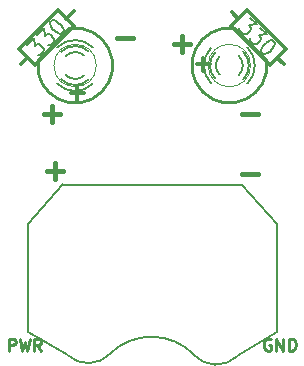
<source format=gto>
G04 #@! TF.FileFunction,Legend,Top*
%FSLAX46Y46*%
G04 Gerber Fmt 4.6, Leading zero omitted, Abs format (unit mm)*
G04 Created by KiCad (PCBNEW (2015-08-15 BZR 6092)-product) date 3/22/2016 8:17:34 PM*
%MOMM*%
G01*
G04 APERTURE LIST*
%ADD10C,0.150000*%
%ADD11C,0.444500*%
%ADD12C,0.300000*%
%ADD13C,0.304800*%
%ADD14C,0.203200*%
%ADD15C,0.076200*%
%ADD16C,0.254000*%
%ADD17C,0.152400*%
G04 APERTURE END LIST*
D10*
D11*
X149817667Y-123317000D02*
X151172334Y-123317000D01*
X133307667Y-123063000D02*
X134662334Y-123063000D01*
X133985001Y-122385667D02*
X133985001Y-123740333D01*
D12*
X145986572Y-114026143D02*
X147129429Y-114026143D01*
X146558000Y-114597571D02*
X146558000Y-113454714D01*
X135318572Y-116439143D02*
X136461429Y-116439143D01*
X135890000Y-117010571D02*
X135890000Y-115867714D01*
D11*
X133053667Y-118237000D02*
X134408334Y-118237000D01*
X133731001Y-117559667D02*
X133731001Y-118914333D01*
X139276667Y-111760000D02*
X140631334Y-111760000D01*
X149817667Y-118237000D02*
X151172334Y-118237000D01*
X144102667Y-112268000D02*
X145457334Y-112268000D01*
X144780001Y-111590667D02*
X144780001Y-112945333D01*
D13*
X131643751Y-113466249D02*
X131104936Y-114005064D01*
X134966446Y-110143554D02*
X135595064Y-109514936D01*
X135595064Y-110772172D02*
X132272369Y-114094867D01*
X132272369Y-114094867D02*
X130925331Y-112747828D01*
X130925331Y-112747828D02*
X134248026Y-109425133D01*
X134248026Y-109425133D02*
X135595064Y-110772172D01*
X152836249Y-113466249D02*
X153375064Y-114005064D01*
X149513554Y-110143554D02*
X148974739Y-109604739D01*
X152207631Y-114094867D02*
X148884936Y-110772172D01*
X153554669Y-112747828D02*
X150231974Y-109425133D01*
X148884936Y-110772172D02*
X150231974Y-109425133D01*
X153554669Y-112747828D02*
X152207631Y-114094867D01*
D14*
X151948616Y-113635461D02*
X149254539Y-110941384D01*
D15*
X150565656Y-114120395D02*
G75*
G03X150565656Y-114120395I-1796051J0D01*
G01*
D16*
X149215315Y-110976835D02*
G75*
G03X151912695Y-113671382I-445710J-3143560D01*
G01*
D17*
X147961382Y-113312172D02*
G75*
G03X147961382Y-114928618I808223J-808223D01*
G01*
X149577828Y-114928618D02*
G75*
G03X149577828Y-113312172I-808223J808223D01*
G01*
X147602172Y-112952962D02*
G75*
G03X147602172Y-115287828I1167433J-1167433D01*
G01*
X149937038Y-115287828D02*
G75*
G03X149937038Y-112952962I-1167433J1167433D01*
G01*
X147242962Y-112593752D02*
G75*
G03X147242962Y-115647038I1526643J-1526643D01*
G01*
X150296249Y-115647039D02*
G75*
G03X150296249Y-112593751I-1526644J1526644D01*
G01*
D14*
X135225461Y-110941384D02*
X132531384Y-113635461D01*
D15*
X137506446Y-114120395D02*
G75*
G03X137506446Y-114120395I-1796051J0D01*
G01*
D16*
X132566835Y-113674685D02*
G75*
G03X135261382Y-110977305I3143560J-445710D01*
G01*
D17*
X134902172Y-114928618D02*
G75*
G03X136518618Y-114928618I808223J808223D01*
G01*
X136518618Y-113312172D02*
G75*
G03X134902172Y-113312172I-808223J-808223D01*
G01*
X134542962Y-115287828D02*
G75*
G03X136877828Y-115287828I1167433J1167433D01*
G01*
X136877828Y-112952962D02*
G75*
G03X134542962Y-112952962I-1167433J-1167433D01*
G01*
X134183752Y-115647038D02*
G75*
G03X137237038Y-115647038I1526643J1526643D01*
G01*
X137237039Y-112593751D02*
G75*
G03X134183751Y-112593751I-1526644J-1526644D01*
G01*
D10*
X135064500Y-138620500D02*
X131699000Y-136652000D01*
X149415500Y-138747500D02*
X152781000Y-136652000D01*
X135039100Y-138620500D02*
G75*
G03X138722100Y-138493500I1778000J1905000D01*
G01*
X145745200Y-138620500D02*
G75*
G03X149428200Y-138747500I1905000J1778000D01*
G01*
X145796000Y-138620500D02*
G75*
G03X138684000Y-138493500I-3619500J-3492500D01*
G01*
X149860000Y-124206000D02*
X152781000Y-127571500D01*
X131699000Y-127508000D02*
X134683500Y-124142500D01*
X134620000Y-124206000D02*
X149860000Y-124206000D01*
X131699000Y-136652000D02*
X131699000Y-127508000D01*
X152781000Y-136652000D02*
X152781000Y-127508000D01*
D14*
X131654442Y-112373651D02*
X132210362Y-111817730D01*
X132287337Y-112493388D01*
X132415626Y-112365099D01*
X132548191Y-112326611D01*
X132637994Y-112330888D01*
X132774836Y-112382204D01*
X133010033Y-112617401D01*
X133061349Y-112754243D01*
X133065625Y-112844045D01*
X133027138Y-112976611D01*
X132770559Y-113233190D01*
X132637994Y-113271676D01*
X132548192Y-113267400D01*
X132509705Y-111518388D02*
X133065625Y-110962468D01*
X133142599Y-111638125D01*
X133270888Y-111509836D01*
X133403454Y-111471348D01*
X133493256Y-111475625D01*
X133630098Y-111526941D01*
X133865296Y-111762138D01*
X133916612Y-111898980D01*
X133920888Y-111988782D01*
X133882400Y-112121349D01*
X133625822Y-112377927D01*
X133493256Y-112416414D01*
X133403454Y-112412138D01*
X133621546Y-110406547D02*
X133707072Y-110321021D01*
X133839638Y-110282534D01*
X133929441Y-110286810D01*
X134066282Y-110338126D01*
X134297203Y-110483521D01*
X134532401Y-110718718D01*
X134677795Y-110949639D01*
X134729111Y-111086481D01*
X134733387Y-111176283D01*
X134694900Y-111308849D01*
X134609374Y-111394375D01*
X134476808Y-111432862D01*
X134387006Y-111428586D01*
X134250164Y-111377270D01*
X134019243Y-111231875D01*
X133784046Y-110996678D01*
X133638651Y-110765757D01*
X133587335Y-110628916D01*
X133583059Y-110539113D01*
X133621546Y-110406547D01*
X150516349Y-110064442D02*
X151072270Y-110620362D01*
X150396612Y-110697337D01*
X150524901Y-110825626D01*
X150563389Y-110958191D01*
X150559112Y-111047994D01*
X150507796Y-111184836D01*
X150272599Y-111420033D01*
X150135757Y-111471349D01*
X150045955Y-111475625D01*
X149913389Y-111437138D01*
X149656810Y-111180559D01*
X149618324Y-111047994D01*
X149622600Y-110958192D01*
X151371612Y-110919705D02*
X151927532Y-111475625D01*
X151251875Y-111552599D01*
X151380164Y-111680888D01*
X151418652Y-111813454D01*
X151414375Y-111903256D01*
X151363059Y-112040098D01*
X151127862Y-112275296D01*
X150991020Y-112326612D01*
X150901218Y-112330888D01*
X150768651Y-112292400D01*
X150512073Y-112035822D01*
X150473586Y-111903256D01*
X150477862Y-111813454D01*
X152483453Y-112031546D02*
X152568979Y-112117072D01*
X152607466Y-112249638D01*
X152603190Y-112339441D01*
X152551874Y-112476282D01*
X152406479Y-112707203D01*
X152171282Y-112942401D01*
X151940361Y-113087795D01*
X151803519Y-113139111D01*
X151713717Y-113143387D01*
X151581151Y-113104900D01*
X151495625Y-113019374D01*
X151457138Y-112886808D01*
X151461414Y-112797006D01*
X151512730Y-112660164D01*
X151658125Y-112429243D01*
X151893322Y-112194046D01*
X152124243Y-112048651D01*
X152261084Y-111997335D01*
X152350887Y-111993059D01*
X152483453Y-112031546D01*
D16*
X152260905Y-137287000D02*
X152164143Y-137238619D01*
X152019000Y-137238619D01*
X151873858Y-137287000D01*
X151777096Y-137383762D01*
X151728715Y-137480524D01*
X151680334Y-137674048D01*
X151680334Y-137819190D01*
X151728715Y-138012714D01*
X151777096Y-138109476D01*
X151873858Y-138206238D01*
X152019000Y-138254619D01*
X152115762Y-138254619D01*
X152260905Y-138206238D01*
X152309286Y-138157857D01*
X152309286Y-137819190D01*
X152115762Y-137819190D01*
X152744715Y-138254619D02*
X152744715Y-137238619D01*
X153325286Y-138254619D01*
X153325286Y-137238619D01*
X153809096Y-138254619D02*
X153809096Y-137238619D01*
X154051001Y-137238619D01*
X154196143Y-137287000D01*
X154292905Y-137383762D01*
X154341286Y-137480524D01*
X154389667Y-137674048D01*
X154389667Y-137819190D01*
X154341286Y-138012714D01*
X154292905Y-138109476D01*
X154196143Y-138206238D01*
X154051001Y-138254619D01*
X153809096Y-138254619D01*
X130090334Y-138254619D02*
X130090334Y-137238619D01*
X130477381Y-137238619D01*
X130574143Y-137287000D01*
X130622524Y-137335381D01*
X130670905Y-137432143D01*
X130670905Y-137577286D01*
X130622524Y-137674048D01*
X130574143Y-137722429D01*
X130477381Y-137770810D01*
X130090334Y-137770810D01*
X131009572Y-137238619D02*
X131251477Y-138254619D01*
X131445000Y-137528905D01*
X131638524Y-138254619D01*
X131880429Y-137238619D01*
X132848048Y-138254619D02*
X132509382Y-137770810D01*
X132267477Y-138254619D02*
X132267477Y-137238619D01*
X132654524Y-137238619D01*
X132751286Y-137287000D01*
X132799667Y-137335381D01*
X132848048Y-137432143D01*
X132848048Y-137577286D01*
X132799667Y-137674048D01*
X132751286Y-137722429D01*
X132654524Y-137770810D01*
X132267477Y-137770810D01*
M02*

</source>
